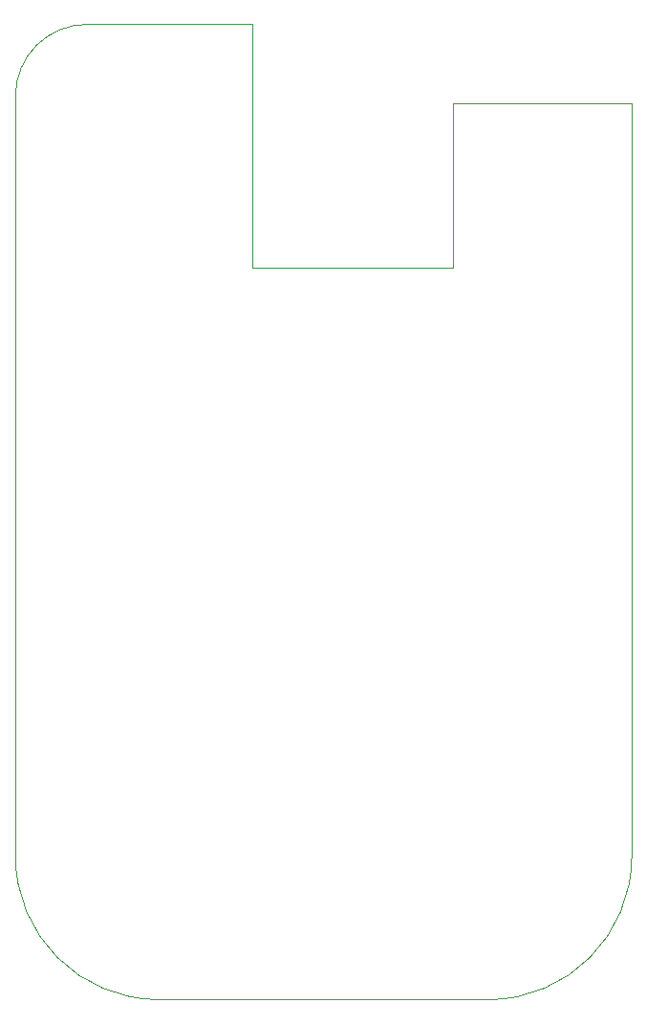
<source format=gbr>
G04 #@! TF.GenerationSoftware,KiCad,Pcbnew,6.0.5+dfsg-1~bpo11+1*
G04 #@! TF.CreationDate,2022-07-02T10:00:14+00:00*
G04 #@! TF.ProjectId,bbbalarm,62626261-6c61-4726-9d2e-6b696361645f,rev?*
G04 #@! TF.SameCoordinates,Original*
G04 #@! TF.FileFunction,Profile,NP*
%FSLAX46Y46*%
G04 Gerber Fmt 4.6, Leading zero omitted, Abs format (unit mm)*
G04 Created by KiCad (PCBNEW 6.0.5+dfsg-1~bpo11+1) date 2022-07-02 10:00:14*
%MOMM*%
%LPD*%
G01*
G04 APERTURE LIST*
G04 #@! TA.AperFunction,Profile*
%ADD10C,0.002540*%
G04 #@! TD*
G04 APERTURE END LIST*
D10*
X153200100Y-49682400D02*
X153200100Y-64287400D01*
X135420100Y-42697400D02*
X120815100Y-42697400D01*
X127165100Y-129057400D02*
X156375100Y-129057400D01*
X156375100Y-129057400D02*
G75*
G03*
X169075100Y-116357400I0J12700000D01*
G01*
X114465100Y-116357400D02*
G75*
G03*
X127165100Y-129057400I12700000J0D01*
G01*
X169075100Y-49682400D02*
X153200100Y-49682400D01*
X169075100Y-116357400D02*
X169075100Y-49682400D01*
X135420100Y-64287400D02*
X135420100Y-42697400D01*
X120815100Y-42697400D02*
G75*
G03*
X114465100Y-49047400I0J-6350000D01*
G01*
X114465100Y-49047400D02*
X114465100Y-116357400D01*
X153200100Y-64287400D02*
X135420100Y-64287400D01*
M02*

</source>
